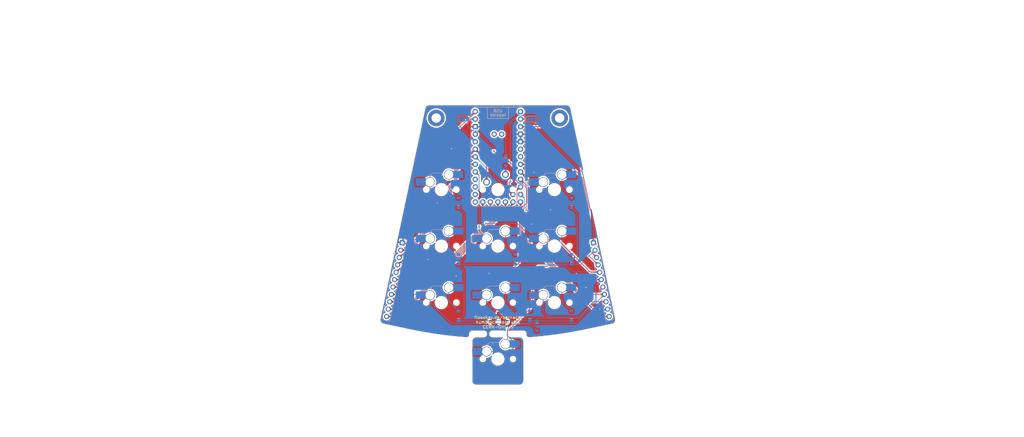
<source format=kicad_pcb>
(kicad_pcb (version 20241229) (generator "pcbnew") (generator_version "9.0")
  (layers (0 "F.Cu" signal) (2 "B.Cu" signal) (13 "F.Paste" user) (15 "B.Paste" user) (5 "F.SilkS" user "F.Silkscreen") (7 "B.SilkS" user "B.Silkscreen") (1 "F.Mask" user) (3 "B.Mask" user) (25 "Edge.Cuts" user))
  (net 0 "")
  (net 1 "col5")
  (net 2 "Net-(D1-A)")
  (net 3 "row2")
  (net 4 "row0")
  (net 5 "col4")
  (net 6 "col2")
  (net 7 "col3")
  (net 8 "row1")
  (net 9 "row3")
  (net 10 "col0")
  (net 11 "col1")
  (net 12 "col8")
  (net 13 "row5")
  (net 14 "col10")
  (net 15 "col6")
  (net 16 "GND")
  (net 17 "col9")
  (net 18 "row4")
  (net 19 "col7")
  (net 20 "col11")
  (net 21 "Net-(D2-A)")
  (net 22 "Net-(D3-A)")
  (net 23 "Net-(D4-A)")
  (net 24 "Net-(D5-A)")
  (net 27 "Net-(D6-A)")
  (net 28 "enc2")
  (net 29 "enc3")
  (net 30 "Net-(D7-A)")
  (net 32 "Net-(D8-A)")
  (net 33 "Net-(D9-A)")
  (net 34 "rgb")
  (net 35 "sda")
  (net 36 "vcc")
  (net 37 "scl")
  (net 38 "enc1")
  (net 39 "vccrgb")
  (net 40 "enc0")
  (net 41 "Net-(JP3-B)")
  (net 42 "Net-(JP3-A)")
  (net 43 "Net-(JP4-A)")
  (net 44 "Net-(D10-A)")
  (footprint "MountingHole:MountingHole_3.2mm_M3_DIN965_Pad" (layer "F.Cu") (at 219.0026 138.860167)
    (property "Reference" "H2" (hide yes))
    (property "Value" "MountingHole")
  )
  (footprint "MountingHole:MountingHole_3.2mm_M3_DIN965_Pad" (layer "F.Cu") (at 177.4406 138.860167)
    (property "Reference" "H1" (hide yes))
    (property "Value" "MountingHole")
  )
  (footprint "Symbol:OSHW-Symbol_6.7x6mm_Copper" (layer "F.Cu") (at 198.4375 207.168924)
    (property "Reference" "REF**" (hide yes))
    (property "Value" "OSHW-Symbol_6.7x6mm_Copper" (hide yes))
  )
  (footprint "PCM_marbastlib-mx:SW_MX_1u" (layer "F.Cu") (at 198.195 163)
    (property "Reference" "SW2" (hide yes))
    (property "Value" "SW_Push_45deg")
  )
  (footprint "Connector_PinHeader_2.54mm:PinHeader_1x11_P2.54mm_Vertical" (layer "B.Cu") (at 230.399607 180.945708 -168)
    (property "Reference" "J2" (hide yes))
    (property "Value" "Conn_01x11")
  )
  (footprint "PCM_marbastlib-mx:SW_MX_HS_S_CPG151101S11_1u" (layer "B.Cu") (at 198.195 220.15 180)
    (property "Reference" "SW10" (hide yes))
    (property "Value" "SW_Push_45deg" (hide yes))
  )
  (footprint "PCM_marbastlib-mx:SW_MX_HS_S_CPG151101S11_1u" (layer "B.Cu") (at 179.145 182.05 180)
    (property "Reference" "SW4" (hide yes))
    (property "Value" "SW_Push_45deg")
  )
  (footprint "Connector_PinHeader_2.54mm:PinHeader_1x11_P2.54mm_Vertical" (layer "B.Cu") (at 166.008871 180.945708 168)
    (property "Reference" "J1" (hide yes))
    (property "Value" "Conn_01x11")
  )
  (footprint "PCM_marbastlib-mx:SW_MX_HS_S_CPG151101S11_1u" (layer "B.Cu") (at 198.195 201.1 180)
    (property "Reference" "SW8" (hide yes))
    (property "Value" "SW_Push_45deg")
  )
  (footprint "barnacle:D_SOD-123-minimal" (layer "B.Cu") (at 184.94375 186.53125 90)
    (property "Reference" "D4" (hide yes))
    (property "Value" "D")
  )
  (footprint "Jumper:SolderJumper-3_P1.3mm_Open_RoundedPad1.0x1.5mm" (layer "B.Cu") (at 209.677 139.192 180)
    (property "Reference" "JP3" (hide yes))
    (property "Value" "Jumper_3_Open")
  )
  (footprint "barnacle:D_SOD-123-minimal" (layer "B.Cu") (at 184.94375 205.58125 90)
    (property "Reference" "D7" (hide yes))
    (property "Value" "D")
  )
  (footprint "barnacle:D_SOD-123-minimal" (layer "B.Cu") (at 223.04375 167.48125 90)
    (property "Reference" "D3" (hide yes))
    (property "Value" "D")
  )
  (footprint "barnacle:D_SOD-123-minimal" (layer "B.Cu") (at 200.81875 153.19375 -90)
    (property "Reference" "D2" (hide yes))
    (property "Value" "D")
  )
  (footprint "PCM_marbastlib-xp-promicroish:Helios_AH_USBup" (layer "B.Cu") (at 198.200946 153.2 180)
    (property "Reference" "U1" (hide yes))
    (property "Value" "Helios")
  )
  (footprint "barnacle:D_SOD-123-minimal" (layer "B.Cu") (at 223.04375 186.53125 90)
    (property "Reference" "D6" (hide yes))
    (property "Value" "D")
  )
  (footprint "barnacle:D_SOD-123-minimal" (layer "B.Cu") (at 223.04375 205.58125 90)
    (property "Reference" "D9" (hide yes))
    (property "Value" "D")
  )
  (footprint "PCM_marbastlib-mx:SW_MX_HS_S_CPG151101S11_1u" (layer "B.Cu") (at 217.245 182.05 180)
    (property "Reference" "SW6" (hide yes))
    (property "Value" "SW_Push_45deg")
  )
  (footprint "barnacle:D_SOD-123-minimal" (layer "B.Cu") (at 208.954863 205.58125 90)
    (property "Reference" "D8" (hide yes))
    (property "Value" "D")
  )
  (footprint "barnacle:D_SOD-123-minimal" (layer "B.Cu") (at 184.94375 167.48125 90)
    (property "Reference" "D1" (hide yes))
    (property "Value" "D")
  )
  (footprint "PCM_marbastlib-mx:SW_MX_HS_S_CPG151101S11_1u" (layer "B.Cu") (at 217.245 163 180)
    (property "Reference" "SW3" (hide yes))
    (property "Value" "SW_Push_45deg")
  )
  (footprint "PCM_marbastlib-mx:SW_MX_HS_S_CPG151101S11_1u" (layer "B.Cu") (at 179.145 163 180)
    (property "Reference" "SW1" (hide yes))
    (property "Value" "SW_Push_45deg")
  )
  (footprint "PCM_marbastlib-mx:SW_MX_HS_S_CPG151101S11_1u" (layer "B.Cu") (at 217.245 201.1 180)
    (property "Reference" "SW9" (hide yes))
    (property "Value" "SW_Push_45deg")
  )
  (footprint "Jumper:SolderJumper-3_P1.3mm_Open_RoundedPad1.0x1.5mm" (layer "B.Cu") (at 186.69 139.192 180)
    (property "Reference" "JP4" (hide yes))
    (property "Value" "Jumper_3_Open")
  )
  (footprint "barnacle:D_SOD-123-minimal" (layer "B.Cu") (at 211.336115 208.954863 -90)
    (property "Reference" "D10" (hide yes))
    (property "Value" "D" (hide yes))
  )
  (footprint "barnacle:D_SOD-123-minimal" (layer "B.Cu") (at 203.99375 186.53125 90)
    (property "Reference" "D5" (hide yes))
    (property "Value" "D")
  )
  (footprint "PCM_marbastlib-mx:SW_MX_HS_S_CPG151101S11_1u" (layer "B.Cu") (at 179.145 201.1 180)
    (property "Reference" "SW7" (hide yes))
    (property "Value" "SW_Push_45deg")
  )
  (footprint "PCM_marbastlib-mx:SW_MX_HS_S_CPG151101S11_1u" (layer "B.Cu") (at 198.195 182.05 180)
    (property "Reference" "SW5" (hide yes))
    (property "Value" "SW_Push_45deg")
  )
  (gr_arc (start 228.182275 210.148728) (mid 218.529391 211.860023) (end 208.78258 212.911875) (stroke (width 0.05)) (layer "Edge.Cuts"))
  (gr_line (start 205.415373 212.676928) (end 202.946623 212.676928) (stroke (width 0.05)) (layer "Edge.Cuts"))
  (gr_line (start 206.915373 227.433181) (end 206.915373 214.176931) (stroke (width 0.05)) (layer "Edge.Cuts"))
  (gr_line (start 189.452873 214.176929) (end 189.452873 227.433177) (stroke (width 0.05)) (layer "Edge.Cuts"))
  (gr_arc (start 188.659123 211.676927) (mid 188.952016 210.969821) (end 189.659122 210.676928) (stroke (width 0.05)) (layer "Edge.Cuts"))
  (gr_line (start 159.715689 208.348314) (end 168.185996 210.148733) (stroke (width 0.05)) (layer "Edge.Cuts"))
  (gr_arc (start 221.259823 134.430973) (mid 222.203779 134.765237) (end 222.726998 135.619105) (stroke (width 0.05)) (layer "Edge.Cuts"))
  (gr_line (start 236.646391 208.349624) (end 228.182275 210.148728) (stroke (width 0.05)) (layer "Edge.Cuts"))
  (gr_arc (start 188.659123 211.914575) (mid 188.339764 212.647193) (end 187.585667 212.911875) (stroke (width 0.05)) (layer "Edge.Cuts"))
  (gr_line (start 175.10847 134.430973) (end 221.259823 134.430973) (stroke (width 0.05)) (layer "Edge.Cuts"))
  (gr_arc (start 202.946623 212.676928) (mid 201.946626 211.676931) (end 202.946623 210.676934) (stroke (width 0.05)) (layer "Edge.Cuts"))
  (gr_arc (start 237.807903 206.569181) (mid 237.59868 207.698025) (end 236.646391 208.349624) (stroke (width 0.05)) (layer "Edge.Cuts"))
  (gr_line (start 222.726998 135.619105) (end 237.807903 206.569181) (stroke (width 0.05)) (layer "Edge.Cuts"))
  (gr_arc (start 199.946623 210.676928) (mid 200.946623 211.676928) (end 199.946623 212.676928) (stroke (width 0.05)) (layer "Edge.Cuts"))
  (gr_line (start 193.421623 212.676928) (end 190.952874 212.676928) (stroke (width 0.05)) (layer "Edge.Cuts"))
  (gr_line (start 189.659122 210.676928) (end 193.421623 210.676928) (stroke (width 0.05)) (layer "Edge.Cuts"))
  (gr_arc (start 193.421623 210.676928) (mid 194.421623 211.676928) (end 193.421623 212.676928) (stroke (width 0.05)) (layer "Edge.Cuts"))
  (gr_line (start 158.560334 206.569224) (end 173.641248 135.619104) (stroke (width 0.05)) (layer "Edge.Cuts"))
  (gr_arc (start 189.452873 214.176929) (mid 189.892213 213.116268) (end 190.952874 212.676928) (stroke (width 0.05)) (layer "Edge.Cuts"))
  (gr_arc (start 196.421623 212.676928) (mid 195.421623 211.676928) (end 196.421623 210.676928) (stroke (width 0.05)) (layer "Edge.Cuts"))
  (gr_line (start 188.659123 211.914576) (end 188.659123 211.676928) (stroke (width 0.05)) (layer "Edge.Cuts"))
  (gr_arc (start 206.915373 227.433181) (mid 206.476034 228.49384) (end 205.415373 228.933181) (stroke (width 0.05)) (layer "Edge.Cuts"))
  (gr_line (start 202.946623 210.676934) (end 206.709123 210.676928) (stroke (width 0.05)) (layer "Edge.Cuts"))
  (gr_line (start 196.421623 210.676928) (end 199.946623 210.676928) (stroke (width 0.05)) (layer "Edge.Cuts"))
  (gr_arc (start 173.641248 135.619104) (mid 174.164489 134.765254) (end 175.10847 134.430973) (stroke (width 0.05)) (layer "Edge.Cuts"))
  (gr_arc (start 190.952874 228.933178) (mid 189.892213 228.493838) (end 189.452873 227.433177) (stroke (width 0.05)) (layer "Edge.Cuts"))
  (gr_line (start 196.421623 212.676928) (end 199.946623 212.676928) (stroke (width 0.05)) (layer "Edge.Cuts"))
  (gr_line (start 190.952874 228.933178) (end 205.415373 228.933181) (stroke (width 0.05)) (layer "Edge.Cuts"))
  (gr_arc (start 206.709123 210.676928) (mid 207.416231 210.969821) (end 207.709123 211.668961) (stroke (width 0.05)) (layer "Edge.Cuts"))
  (gr_line (start 207.709138 211.909084) (end 207.709123 211.667101) (stroke (width 0.05)) (layer "Edge.Cuts"))
  (gr_arc (start 159.715689 208.348314) (mid 158.76955 207.698051) (end 158.560334 206.569224) (stroke (width 0.05)) (layer "Edge.Cuts"))
  (gr_arc (start 208.782579 212.911875) (mid 208.02848 212.647194) (end 207.709123 211.909084) (stroke (width 0.05)) (layer "Edge.Cuts"))
  (gr_arc (start 205.415373 212.676928) (mid 206.476034 213.116268) (end 206.915373 214.176931) (stroke (width 0.05)) (layer "Edge.Cuts"))
  (gr_arc (start 187.585667 212.911875) (mid 177.838858 211.860024) (end 168.185996 210.148733) (stroke (width 0.05)) (layer "Edge.Cuts"))
  (gr_text "floookay.de/barnacle\nnumblock core v1.1\nCERN-OHL-S" (at 198.275 209.9 0) (layer "F.SilkS") (effects (font (size 1 1)) (justify bottom)))
  (segment (start 162.840297 195.852677) (end 173.021862 195.852677) (width 0.2) (layer "F.Cu") (net 1))
  (segment (start 173.021862 195.852677) (end 193.120946 175.753593) (width 0.2) (layer "F.Cu") (net 1))
  (segment (start 193.120946 175.41875) (end 193.120946 167.17) (width 0.2) (layer "F.Cu") (net 1))
  (segment (start 193.120946 175.753593) (end 193.120946 175.41875) (width 0.2) (layer "F.Cu") (net 1))
  (segment (start 193.172946 175.41875) (end 194.217722 174.373974) (width 0.2) (layer "F.Cu") (net 1))
  (segment (start 193.120946 175.41875) (end 193.172946 175.41875) (width 0.2) (layer "F.Cu") (net 1))
  (via (at 194.217722 174.373974) (size 0.6) (drill 0.3) (layers "F.Cu" "B.Cu") (net 1))
  (segment (start 204.748974 174.373974) (end 209.885 179.51) (width 0.2) (layer "B.Cu") (net 1))
  (segment (start 194.217722 174.373974) (end 204.748974 174.373974) (width 0.2) (layer "B.Cu") (net 1))
  (segment (start 184.94375 165.83125) (end 181.685 162.5725) (width 0.2) (layer "B.Cu") (net 2))
  (segment (start 181.685 162.5725) (end 181.685 157.92) (width 0.2) (layer "B.Cu") (net 2))
  (segment (start 167.265435 203.306162) (end 200.740946 169.830651) (width 0.2) (layer "F.Cu") (net 3))
  (segment (start 161.25601 203.306162) (end 167.265435 203.306162) (width 0.2) (layer "F.Cu") (net 3))
  (segment (start 200.740946 169.830651) (end 200.740946 167.17) (width 0.2) (layer "F.Cu") (net 3))
  (segment (start 162.312201 198.337172) (end 171.103053 198.337172) (width 0.2) (layer "F.Cu") (net 4))
  (segment (start 171.103053 198.337172) (end 195.660946 173.779279) (width 0.2) (layer "F.Cu") (net 4))
  (segment (start 195.660946 173.779279) (end 195.660946 167.17) (width 0.2) (layer "F.Cu") (net 4))
  (segment (start 191.29375 177.00625) (end 191.89 176.41) (width 0.2) (layer "F.Cu") (net 5))
  (segment (start 191.89 176.41) (end 191.89 175.41875) (width 0.2) (layer "F.Cu") (net 5))
  (segment (start 191.29375 177.015103) (end 191.29375 177.00625) (width 0.2) (layer "F.Cu") (net 5))
  (segment (start 174.94067 193.368183) (end 191.29375 177.015103) (width 0.2) (layer "F.Cu") (net 5))
  (segment (start 163.368394 193.368183) (end 174.94067 193.368183) (width 0.2) (layer "F.Cu") (net 5))
  (via (at 191.89 175.41875) (size 0.6) (drill 0.3) (layers "F.Cu" "B.Cu") (net 5))
  (segment (start 191.89 158.319054) (end 191.89 175.41875) (width 0.2) (layer "B.Cu") (net 5))
  (segment (start 191.89 175.41875) (end 191.89 177.015) (width 0.2) (layer "B.Cu") (net 5))
  (segment (start 191.89 177.015) (end 194.385 179.51) (width 0.2) (layer "B.Cu") (net 5))
  (segment (start 190.580946 157.01) (end 191.89 158.319054) (width 0.2) (layer "B.Cu") (net 5))
  (segment (start 188.606632 151.93) (end 190.580946 151.93) (width 0.2) (layer "F.Cu") (net 6))
  (segment (start 164.424584 188.399193) (end 167.779032 185.044745) (width 0.2) (layer "F.Cu") (net 6))
  (segment (start 184.035 160.224436) (end 184.035 156.501632) (width 0.2) (layer "F.Cu") (net 6))
  (segment (start 182.16875 169.264314) (end 182.16875 162.090686) (width 0.2) (layer "F.Cu") (net 6))
  (segment (start 167.779032 185.044745) (end 167.779032 183.654032) (width 0.2) (layer "F.Cu") (net 6))
  (segment (start 182.16875 162.090686) (end 184.035 160.224436) (width 0.2) (layer "F.Cu") (net 6))
  (segment (start 167.779032 183.654032) (end 182.16875 169.264314) (width 0.2) (layer "F.Cu") (net 6))
  (segment (start 184.035 156.501632) (end 188.606632 151.93) (width 0.2) (layer "F.Cu") (net 6))
  (segment (start 209.885 160.46) (end 209.595 160.75) (width 0.2) (layer "B.Cu") (net 6))
  (segment (start 209.595 160.75) (end 199.400946 160.75) (width 0.2) (layer "B.Cu") (net 6))
  (segment (start 199.400946 160.75) (end 190.580946 151.93) (width 0.2) (layer "B.Cu") (net 6))
  (segment (start 168.179032 183.819718) (end 172.48875 179.51) (width 0.2) (layer "F.Cu") (net 7))
  (segment (start 182.56875 162.256372) (end 184.435 160.390122) (width 0.2) (layer "F.Cu") (net 7))
  (segment (start 166.375982 188.404194) (end 166.375982 187.013481) (width 0.2) (layer "F.Cu") (net 7))
  (segment (start 175.335 176.66375) (end 182.56875 169.43) (width 0.2) (layer "F.Cu") (net 7))
  (segment (start 163.896488 190.883688) (end 166.375982 188.404194) (width 0.2) (layer "F.Cu") (net 7))
  (segment (start 186.632318 154.47) (end 190.580946 154.47) (width 0.2) (layer "F.Cu") (net 7))
  (segment (start 172.48875 179.51) (end 175.335 179.51) (width 0.2) (layer "F.Cu") (net 7))
  (segment (start 168.179032 185.210431) (end 168.179032 183.819718) (width 0.2) (layer "F.Cu") (net 7))
  (segment (start 184.435 160.390122) (end 184.435 156.667318) (width 0.2) (layer "F.Cu") (net 7))
  (segment (start 184.435 156.667318) (end 186.632318 154.47) (width 0.2) (layer "F.Cu") (net 7))
  (segment (start 182.56875 169.43) (end 182.56875 162.256372) (width 0.2) (layer "F.Cu") (net 7))
  (segment (start 166.375982 187.013481) (end 168.179032 185.210431) (width 0.2) (layer "F.Cu") (net 7))
  (segment (start 175.335 179.51) (end 175.335 176.66375) (width 0.2) (layer "F.Cu") (net 7))
  (segment (start 161.784105 200.821667) (end 169.184244 200.821667) (width 0.2) (layer "F.Cu") (net 8))
  (segment (start 169.184244 200.821667) (end 198.200946 171.804965) (width 0.2) (layer "F.Cu") (net 8))
  (segment (start 198.200946 171.804965) (end 198.200946 167.17) (width 0.2) (layer "F.Cu") (net 8))
  (segment (start 203.280946 167.856337) (end 202.068533 169.06875) (width 0.2) (layer "F.Cu") (net 9))
  (segment (start 165.346626 205.790657) (end 202.068533 169.06875) (width 0.2) (layer "F.Cu") (net 9))
  (segment (start 160.727914 205.790657) (end 165.346626 205.790657) (width 0.2) (layer "F.Cu") (net 9))
  (segment (start 203.280946 167.17) (end 203.280946 167.856337) (width 0.2) (layer "F.Cu") (net 9))
  (segment (start 175.335 160.46) (end 175.335 151.935946) (width 0.2) (layer "F.Cu") (net 10))
  (segment (start 175.335 174.778059) (end 175.335 160.46) (width 0.2) (layer "F.Cu") (net 10))
  (segment (start 175.335 151.935946) (end 190.580946 136.69) (width 0.2) (layer "F.Cu") (net 10))
  (segment (start 165.480775 183.430203) (end 166.682856 183.430203) (width 0.2) (layer "F.Cu") (net 10))
  (segment (start 166.682856 183.430203) (end 175.335 174.778059) (width 0.2) (layer "F.Cu") (net 10))
  (segment (start 181.76875 169.098628) (end 181.76875 161.925) (width 0.2) (layer "F.Cu") (net 11))
  (segment (start 183.635 160.05875) (end 183.635 156.335946) (width 0.2) (layer "F.Cu") (net 11))
  (segment (start 190.580946 149.39) (end 194.385 153.194054) (width 0.2) (layer "F.Cu") (net 11))
  (segment (start 194.385 153.194054) (end 194.385 160.46) (width 0.2) (layer "F.Cu") (net 11))
  (segment (start 183.635 156.335946) (end 190.580946 149.39) (width 0.2) (layer "F.Cu") (net 11))
  (segment (start 181.76875 161.925) (end 183.635 160.05875) (width 0.2) (layer "F.Cu") (net 11))
  (segment (start 164.95268 185.914698) (end 181.76875 169.098628) (width 0.2) (layer "F.Cu") (net 11))
  (segment (start 209.885326 171.908424) (end 207.860337 169.883435) (width 0.2) (layer "F.Cu") (net 12))
  (segment (start 222.052742 193.368184) (end 214.764154 186.079596) (width 0.2) (layer "F.Cu") (net 12))
  (segment (start 214.764154 186.079596) (end 214.764154 180.938563) (width 0.2) (layer "F.Cu") (net 12))
  (segment (start 215.385 180.317717) (end 215.385 177.408098) (width 0.2) (layer "F.Cu") (net 12))
  (segment (start 215.385 177.408098) (end 209.885326 171.908424) (width 0.2) (layer "F.Cu") (net 12))
  (segment (start 214.764154 180.938563) (end 215.385 180.317717) (width 0.2) (layer "F.Cu") (net 12))
  (segment (start 207.756915 161.485969) (end 207.7625 161.485969) (width 0.2) (layer "F.Cu") (net 12))
  (segment (start 205.820946 159.55) (end 207.756915 161.485969) (width 0.2) (layer "F.Cu") (net 12))
  (segment (start 207.860337 169.883435) (end 207.765871 169.883435) (width 0.2) (layer "F.Cu") (net 12))
  (segment (start 233.040086 193.368184) (end 222.052742 193.368184) (width 0.2) (layer "F.Cu") (net 12))
  (via (at 207.7625 161.485969) (size 0.6) (drill 0.3) (layers "F.Cu" "B.Cu") (net 12))
  (via (at 207.765871 169.883435) (size 0.6) (drill 0.3) (layers "F.Cu" "B.Cu") (net 12))
  (segment (start 225.327077 205.975) (end 231.012007 200.29007) (width 0.2) (layer "B.Cu") (net 12))
  (segment (start 231.012007 195.396263) (end 233.040086 193.368184) (width 0.2) (layer "B.Cu") (net 12))
  (segment (start 207.765871 169.883435) (end 207.79614 169.853166) (width 0.2) (layer "B.Cu") (net 12))
  (segment (start 215.10625 205.975) (end 225.327077 205.975) (width 0.2) (layer "B.Cu") (net 12))
  (segment (start 213.435 204.30375) (end 215.10625 205.975) (width 0.2) (layer "B.Cu") (net 12))
  (segment (start 207.79614 169.853166) (end 207.79614 161.519609) (width 0.2) (layer "B.Cu") (net 12))
  (segment (start 207.79614 161.519609) (end 207.7625 161.485969) (width 0.2) (layer "B.Cu") (net 12))
  (segment (start 231.012007 200.29007) (end 231.012007 195.396263) (width 0.2) (layer "B.Cu") (net 12))
  (segment (start 213.435 198.56) (end 213.435 204.30375) (width 0.2) (layer "B.Cu") (net 12))
  (segment (start 186.81 190.0475) (end 184.94375 188.18125) (width 0.2) (layer "B.Cu") (net 13))
  (segment (start 184.94375 207.23125) (end 186.81 205.365) (width 0.2) (layer "B.Cu") (net 13))
  (segment (start 230.927702 183.430203) (end 226.176655 188.18125) (width 0.2) (layer "B.Cu") (net 13))
  (segment (start 224.91 186.315) (end 224.91 170.9975) (width 0.2) (layer "B.Cu") (net 13))
  (segment (start 184.94375 207.23125) (end 223.04375 207.23125) (width 0.2) (layer "B.Cu") (net 13))
  (segment (start 200.81875 151.54375) (end 200.81875 141.692196) (width 0.2) (layer "B.Cu") (net 13))
  (segment (start 224.91 170.9975) (end 223.04375 169.13125) (width 0.2) (layer "B.Cu") (net 13))
  (segment (start 186.81 186.315) (end 186.81 170.9975) (width 0.2) (layer "B.Cu") (net 13))
  (segment (start 223.04375 188.18125) (end 184.94375 188.18125) (width 0.2) (layer "B.Cu") (net 13))
  (segment (start 186.81 170.9975) (end 184.94375 169.13125) (width 0.2) (layer "B.Cu") (net 13))
  (segment (start 200.81875 141.692196) (end 205.820946 136.69) (width 0.2) (layer "B.Cu") (net 13))
  (segment (start 226.176655 188.18125) (end 223.04375 188.18125) (width 0.2) (layer "B.Cu") (net 13))
  (segment (start 223.04375 188.18125) (end 224.91 186.315) (width 0.2) (layer "B.Cu") (net 13))
  (segment (start 186.81 205.365) (end 186.81 190.0475) (width 0.2) (layer "B.Cu") (net 13))
  (segment (start 184.94375 188.18125) (end 186.81 186.315) (width 0.2) (layer "B.Cu") (net 13))
  (segment (start 226.663868 158.99282) (end 222.141048 154.47) (width 0.2) (layer "F.Cu") (net 14))
  (segment (start 222.141048 154.47) (end 205.820946 154.47) (width 0.2) (layer "F.Cu") (net 14))
  (segment (start 228.499406 167.628364) (end 226.663868 158.99282) (width 0.2) (layer "F.Cu") (net 14))
  (segment (start 231.983894 188.399193) (end 228.499406 184.914705) (width 0.2) (layer "F.Cu") (net 14))
  (segment (start 228.499406 184.914705) (end 228.499406 167.628364) (width 0.2) (layer "F.Cu") (net 14))
  (segment (start 206.620946 169.671334) (end 207.19614 169.09614) (width 0.2) (layer "F.Cu") (net 15))
  (segment (start 234.096277 198.337172) (end 226.456044 198.337172) (width 0.2) (layer "F.Cu") (net 15))
  (segment (start 226.456044 198.337172) (end 224.006311 195.887439) (width 0.2) (layer "F.Cu") (net 15))
  (segment (start 224.006311 195.887439) (end 206.940686 178.821814) (width 0.2) (layer "F.Cu") (net 15))
  (segment (start 206.620946 178.502074) (end 206.620946 170.65625) (width 0.2) (layer "F.Cu") (net 15))
  (segment (start 206.940686 178.821814) (end 206.620946 178.502074) (width 0.2) (layer "F.Cu") (net 15))
  (segment (start 206.620946 170.65625) (end 206.620946 169.671334) (width 0.2) (layer "F.Cu") (net 15))
  (via (at 207.19614 169.09614) (size 0.6) (drill 0.3) (layers "F.Cu" "B.Cu") (net 15))
  (segment (start 224.377586 208.055863) (end 182.497411 208.055863) (width 0.2) (layer "B.Cu") (net 15))
  (segment (start 207.16875 165.977804) (end 205.820946 164.63) (width 0.2) (layer "B.Cu") (net 15))
  (segment (start 182.497411 208.055863) (end 181.883274 207.441726) (width 0.2) (layer "B.Cu") (net 15))
  (segment (start 181.883274 207.441726) (end 182.422798 207.98125) (width 0.2) (layer "B.Cu") (net 15))
  (segment (start 234.096277 198.337172) (end 224.377586 208.055863) (width 0.2) (layer "B.Cu") (net 15))
  (segment (start 175.335 198.56) (end 175.335 200.893452) (width 0.2) (layer "B.Cu") (net 15))
  (segment (start 207.16875 169.06875) (end 207.16875 165.977804) (width 0.2) (layer "B.Cu") (net 15))
  (segment (start 194.45 207.98125) (end 194.46875 207.9625) (width 0.2) (layer "B.Cu") (net 15))
  (segment (start 207.19614 169.09614) (end 207.16875 169.06875) (width 0.2) (layer "B.Cu") (net 15))
  (segment (start 175.335 200.893452) (end 181.883274 207.441726) (width 0.2) (layer "B.Cu") (net 15))
  (via (at 232.56875 203.2) (size 0.6) (drill 0.3) (layers "F.Cu" "B.Cu") (net 16))
  (via (at 177.8 167.48125) (size 0.6) (drill 0.3) (layers "F.Cu" "B.Cu") (net 16))
  (via (at 227.80625 196.05625) (size 0.6) (drill 0.3) (layers "F.Cu" "B.Cu") (net 16))
  (via (at 195.2625 191.29375) (size 0.6) (drill 0.3) (layers "F.Cu" "B.Cu") (net 16))
  (via (at 182.5625 149.225) (size 0.6) (drill 0.3) (layers "F.Cu" "B.Cu") (net 16))
  (via (at 184.15 192.0875) (size 0.6) (drill 0.3) (layers "F.Cu" "B.Cu") (net 16))
  (via (at 174.625 186.53125) (size 0.6) (drill 0.3) (layers "F.Cu" "B.Cu") (net 16))
  (via (at 209.55 174.625) (size 0.6) (drill 0.3) (layers "F.Cu" "B.Cu") (net 16))
  (via (at 224.63125 191.29375) (size 0.6) (drill 0.3) (layers "F.Cu" "B.Cu") (net 16))
  (via (at 195.2625 164.30625) (size 0.6) (drill 0.3) (layers "F.Cu" "B.Cu") (net 16))
  (via (at 210.34375 157.1625) (size 0.6) (drill 0.3) (layers "F.Cu" "B.Cu") (net 16))
  (via (at 196.5 215) (size 0.6) (drill 0.3) (layers "F.Cu" "B.Cu") (net 16))
  (via (at 215.9 169.8625) (size 0.6) (drill 0.3) (layers "F.Cu" "B.Cu") (net 16))
  (segment (start 201.425 210.675) (end 209.9 202.2) (width 0.2) (layer "F.Cu") (net 17))
  (segment (start 208.3625 169.819912) (end 208.3625 159.551554) (width 0.2) (layer "F.Cu") (net 17))
  (segment (start 208.3625 159.551554) (end 205.820946 157.01) (width 0.2) (layer "F.Cu") (net 17))
  (segment (start 201.425 212.275) (end 201.425 210.675) (width 0.2) (layer "F.Cu") (net 17))
  (segment (start 203.525 214.375) (end 201.425 212.275) (width 0.2) (layer "F.Cu") (net 17))
  (segment (start 202.19 217.61) (end 203.525 216.275) (width 0.2) (layer "F.Cu") (net 17))
  (segment (start 209.9 190.675) (end 211.79375 188.78125) (width 0.2) (layer "F.Cu") (net 17))
  (segment (start 232.51199 190.883688) (end 229.426276 190.883688) (width 0.2) (layer "F.Cu") (net 17))
  (segment (start 194.385 217.61) (end 202.19 217.61) (width 0.2) (layer "F.Cu") (net 17))
  (segment (start 229.426276 190.883688) (end 208.3625 169.819912) (width 0.2) (layer "F.Cu") (net 17))
  (segment (start 203.525 216.275) (end 203.525 214.375) (width 0.2) (layer "F.Cu") (net 17))
  (segment (start 211.79375 188.78125) (end 214.65 188.78125) (width 0.2) (layer "F.Cu") (net 17))
  (segment (start 209.9 202.2) (end 209.9 190.675) (width 0.2) (layer "F.Cu") (net 17))
  (via (at 214.65 188.78125) (size 0.6) (drill 0.3) (layers "F.Cu" "B.Cu") (net 17))
  (segment (start 214.849 188.58225) (end 221.025 188.58225) (width 0.2) (layer "B.Cu") (net 17))
  (segment (start 221.025 188.58225) (end 223.1355 190.69275) (width 0.2) (layer "B.Cu") (net 17))
  (segment (start 214.65 188.78125) (end 214.849 188.58225) (width 0.2) (layer "B.Cu") (net 17))
  (segment (start 223.1355 190.69275) (end 232.321052 190.69275) (width 0.2) (layer "B.Cu") (net 17))
  (segment (start 232.321052 190.69275) (end 232.51199 190.883688) (width 0.2) (layer "B.Cu") (net 17))
  (segment (start 232.778157 205.790657) (end 205.820946 178.833446) (width 0.2) (layer "F.Cu") (net 18))
  (segment (start 235.680564 205.790657) (end 232.778157 205.790657) (width 0.2) (layer "F.Cu") (net 18))
  (segment (start 205.820946 178.833446) (end 205.820946 167.17) (width 0.2) (layer "F.Cu") (net 18))
  (segment (start 204.620946 168.26875) (end 205.420946 169.06875) (width 0.2) (layer "F.Cu") (net 19))
  (segment (start 204.620946 163.29) (end 204.620946 168.26875) (width 0.2) (layer "F.Cu") (net 19))
  (segment (start 205.420946 187.524054) (end 194.385 198.56) (width 0.2) (layer "F.Cu") (net 19))
  (segment (start 205.420946 169.06875) (end 205.420946 187.524054) (width 0.2) (layer "F.Cu") (net 19))
  (segment (start 205.820946 162.09) (end 204.620946 163.29) (width 0.2) (layer "F.Cu") (net 19))
  (segment (start 199.866548 206.375) (end 225.492763 206.375) (width 0.2) (layer "B.Cu") (net 19))
  (segment (start 194.385 200.893452) (end 199.866548 206.375) (width 0.2) (layer "B.Cu") (net 19))
  (segment (start 225.492763 206.375) (end 231.412007 200.455756) (width 0.2) (layer "B.Cu") (net 19))
  (segment (start 194.385 198.56) (end 194.385 200.893452) (width 0.2) (layer "B.Cu") (net 19))
  (segment (start 231.412007 200.455756) (end 231.412007 198.008851) (width 0.2) (layer "B.Cu") (net 19))
  (segment (start 231.412007 198.008851) (end 233.568181 195.852677) (width 0.2) (layer "B.Cu") (net 19))
  (segment (start 216.149848 141.77) (end 205.820946 141.77) (width 0.2) (layer "F.Cu") (net 20))
  (segment (start 228.899406 183.358305) (end 228.899406 167.586325) (width 0.2) (layer "F.Cu") (net 20))
  (segment (start 225.372272 150.992424) (end 216.149848 141.77) (width 0.2) (layer "F.Cu") (net 20))
  (segment (start 228.899406 167.586325) (end 225.372272 150.992424) (width 0.2) (layer "F.Cu") (net 20))
  (segment (start 231.455799 185.914698) (end 228.899406 183.358305) (width 0.2) (layer "F.Cu") (net 20))
  (segment (start 200.81875 157.83625) (end 200.735 157.92) (width 0.2) (layer "B.Cu") (net 21))
  (segment (start 200.81875 154.84375) (end 200.81875 157.83625) (width 0.2) (layer "B.Cu") (net 21))
  (segment (start 223.04375 165.83125) (end 219.785 162.5725) (width 0.2) (layer "B.Cu") (net 22))
  (segment (start 219.785 162.5725) (end 219.785 157.92) (width 0.2) (layer "B.Cu") (net 22))
  (segment (start 184.94375 184.88125) (end 181.685 181.6225) (width 0.2) (layer "B.Cu") (net 23))
  (segment (start 181.685 181.6225) (end 181.685 176.97) (width 0.2) (layer "B.Cu") (net 23))
  (segment (start 203.99375 184.88125) (end 200.735 181.6225) (width 0.2) (layer "B.Cu") (net 24))
  (segment (start 200.735 181.6225) (end 200.735 176.97) (width 0.2) (layer "B.Cu") (net 24))
  (segment (start 219.785 181.6225) (end 219.785 176.97) (width 0.2) (layer "B.Cu") (net 27))
  (segment (start 223.04375 184.88125) (end 219.785 181.6225) (width 0.2) (layer "B.Cu") (net 27))
  (segment (start 181.685 200.6725) (end 181.685 196.02) (width 0.2) (layer "B.Cu") (net 30))
  (segment (start 184.94375 203.93125) (end 181.685 200.6725) (width 0.2) (layer "B.Cu") (net 30))
  (segment (start 200.735 200.6725) (end 200.735 196.02) (width 0.2) (layer "B.Cu") (net 32))
  (segment (start 203.99375 203.93125) (end 200.735 200.6725) (width 0.2) (layer "B.Cu") (net 32))
  (segment (start 223.04375 203.93125) (end 219.785 200.6725) (width 0.2) (layer "B.Cu") (net 33))
  (segment (start 219.785 200.6725) (end 219.785 196.02) (width 0.2) (layer "B.Cu") (net 33))
  (segment (start 227.549531 161.235649) (end 226.683759 157.1625) (width 0.2) (layer "B.Cu") (net 34))
  (segment (start 230.399607 174.644232) (end 227.549531 161.235649) (width 0.2) (layer "B.Cu") (net 34))
  (segment (start 226.68005 157.14505) (end 226.683759 157.1625) (width 0.2) (layer "B.Cu") (net 34))
  (segment (start 209.677 139.192) (end 209.677 140.142) (width 0.2) (layer "B.Cu") (net 34))
  (segment (start 209.677 140.142) (end 226.68005 157.14505) (width 0.2) (layer "B.Cu") (net 34))
  (segment (start 230.399607 180.945708) (end 230.399607 174.644232) (width 0.2) (layer "B.Cu") (net 34))
  (segment (start 185.39 139.192) (end 185.39 141.659054) (width 0.2) (layer "B.Cu") (net 36))
  (segment (start 185.39 141.659054) (end 190.580946 146.85) (width 0.2) (layer "B.Cu") (net 36))
  (segment (start 203.99375 155.575) (end 203.99375 159.54375) (width 0.2) (layer "F.Cu") (net 39))
  (segment (start 203.99375 159.54375) (end 205.34 160.89) (width 0.2) (layer "F.Cu") (net 39))
  (segment (start 206.220946 169.222804) (end 206.220946 178.66776) (width 0.2) (layer "F.Cu") (net 39))
  (segment (start 206.220946 178.66776) (end 228.374853 200.821667) (width 0.2) (layer "F.Cu") (net 39))
  (segment (start 206.318003 160.89) (end 207.9625 162.534497) (width 0.2) (layer "F.Cu") (net 39))
  (segment (start 207.9625 167.48125) (end 206.220946 169.222804) (width 0.2) (layer "F.Cu") (net 39))
  (segment (start 205.34 160.89) (end 206.318003 160.89) (width 0.2) (layer "F.Cu") (net 39))
  (segment (start 228.374853 200.821667) (end 234.624373 200.821667) (width 0.2) (layer "F.Cu") (net 39))
  (segment (start 196.85 150.01875) (end 200.025 153.19375) (width 0.2) (layer "F.Cu") (net 39))
  (segment (start 201.6125 153.19375) (end 203.99375 155.575) (width 0.2) (layer "F.Cu") (net 39))
  (segment (start 200.025 153.19375) (end 201.6125 153.19375) (width 0.2) (layer "F.Cu") (net 39))
  (segment (start 207.9625 162.534497) (end 207.9625 167.48125) (width 0.2) (layer "F.Cu") (net 39))
  (via (at 196.85 150.01875) (size 0.6) (drill 0.3) (layers "F.Cu" "B.Cu") (net 39))
  (segment (start 191.078003 143.11) (end 196.85 148.881997) (width 0.2) (layer "B.Cu") (net 39))
  (segment (start 186.69 140.142) (end 189.658 143.11) (width 0.2) (layer "B.Cu") (net 39))
  (segment (start 189.658 143.11) (end 191.078003 143.11) (width 0.2) (layer "B.Cu") (net 39))
  (segment (start 186.69 139.192) (end 186.69 140.142) (width 0.2) (layer "B.Cu") (net 39))
  (segment (start 196.85 148.881997) (end 196.85 150.01875) (width 0.2) (layer "B.Cu") (net 39))
  (segment (start 208.377 139.192) (end 205.858946 139.192) (width 0.2) (layer "B.Cu") (net 41))
  (segment (start 205.858946 139.192) (end 205.820946 139.23) (width 0.2) (layer "B.Cu") (net 41))
  (segment (start 202.40625 160.15) (end 202.05 160.50625) (width 0.2) (layer "F.Cu") (net 42))
  (segment (start 203.172588 164.63) (end 203.280946 164.63) (width 0.2) (layer "F.Cu") (net 42))
  (segment (start 202.05 163.507412) (end 203.172588 164.63) (width 0.2) (layer "F.Cu") (net 42))
  (segment (start 202.05 160.50625) (end 202.05 163.507412) (width 0.2) (layer "F.Cu") (net 42))
  (via (at 202.40625 160.15) (size 0.6) (drill 0.3) (layers "F.Cu" "B.Cu") (net 42))
  (segment (start 210.26125 138.03) (end 205.046632 138.03) (width 0.2) (layer "B.Cu") (net 42))
  (segment (start 202.40625 140.670382) (end 202.40625 160.15) (width 0.2) (layer "B.Cu") (net 42))
  (segment (start 210.977 138.74575) (end 210.26125 138.03) (width 0.2) (layer "B.Cu") (net 42))
  (segment (start 205.046632 138.03) (end 202.40625 140.670382) (width 0.2) (layer "B.Cu") (net 42))
  (segment (start 210.977 139.192) (end 210.977 138.74575) (width 0.2) (layer "B.Cu") (net 42))
  (segment (start 190.542946 139.192) (end 190.580946 139.23) (width 0.2) (layer "B.Cu") (net 43))
  (segment (start 187.99 139.192) (end 190.542946 139.192) (width 0.2) (layer "B.Cu") (net 43))
  (segment (start 201.425 209.975) (end 202.943137 208.456863) (width 0.2) (layer "B.Cu") (net 44))
  (segment (start 209.188115 208.456863) (end 211.336115 210.604863) (width 0.2) (layer "B.Cu") (net 44))
  (segment (start 202.943137 208.456863) (end 209.188115 208.456863) (width 0.2) (layer "B.Cu") (net 44))
  (segment (start 200.735 215.07) (end 201.425 214.38) (width 0.2) (layer "B.Cu") (net 44))
  (segment (start 201.425 214.38) (end 201.425 209.975) (width 0.2) (layer "B.Cu") (net 44))
  (zone (net 16) (net_name "GND") (layers "F.Cu" "B.Cu") (connect_pads (clearance 0.5)) (min_thickness 0.25) (fill yes (thermal_gap 0.5) (thermal_bridge_width 0.5))
    (polygon (pts (xy 157.48 99.06) (xy 121.92 246.38) (xy 276.86 246.38) (xy 236.22 99.06)))
  )
)
</source>
